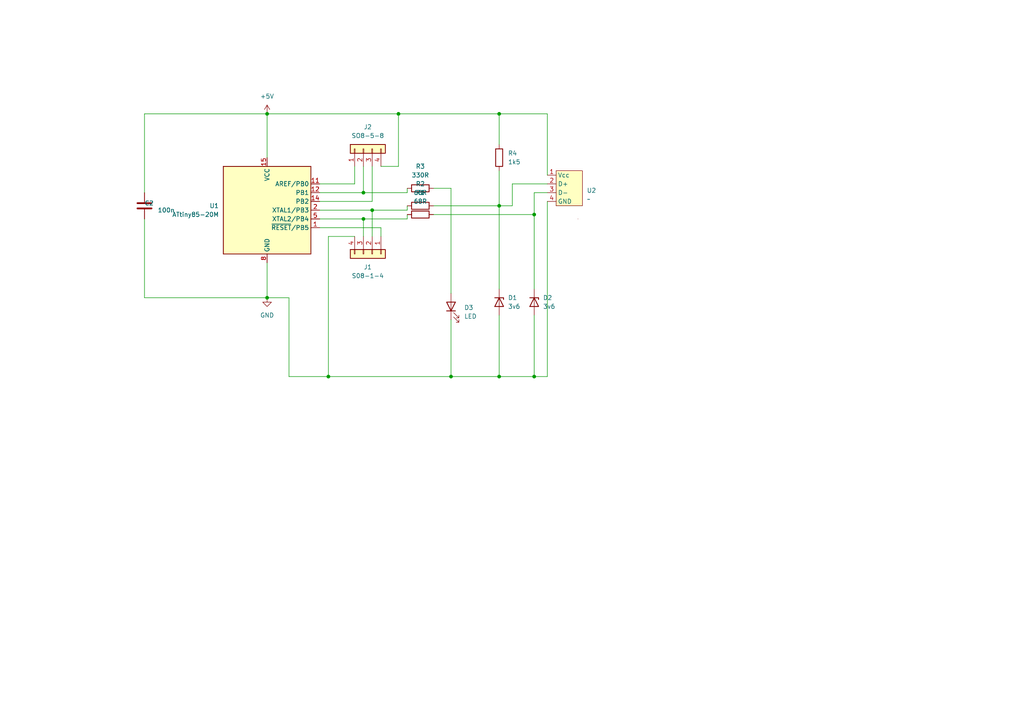
<source format=kicad_sch>
(kicad_sch
	(version 20250114)
	(generator "eeschema")
	(generator_version "9.0")
	(uuid "7810c5e8-4edd-4a24-986b-3cd4e4c8a74d")
	(paper "A4")
	(lib_symbols
		(symbol "Connector_Generic:Conn_01x04"
			(pin_names
				(offset 1.016)
				(hide yes)
			)
			(exclude_from_sim no)
			(in_bom yes)
			(on_board yes)
			(property "Reference" "J"
				(at 0 5.08 0)
				(effects
					(font
						(size 1.27 1.27)
					)
				)
			)
			(property "Value" "Conn_01x04"
				(at 0 -7.62 0)
				(effects
					(font
						(size 1.27 1.27)
					)
				)
			)
			(property "Footprint" ""
				(at 0 0 0)
				(effects
					(font
						(size 1.27 1.27)
					)
					(hide yes)
				)
			)
			(property "Datasheet" "~"
				(at 0 0 0)
				(effects
					(font
						(size 1.27 1.27)
					)
					(hide yes)
				)
			)
			(property "Description" "Generic connector, single row, 01x04, script generated (kicad-library-utils/schlib/autogen/connector/)"
				(at 0 0 0)
				(effects
					(font
						(size 1.27 1.27)
					)
					(hide yes)
				)
			)
			(property "ki_keywords" "connector"
				(at 0 0 0)
				(effects
					(font
						(size 1.27 1.27)
					)
					(hide yes)
				)
			)
			(property "ki_fp_filters" "Connector*:*_1x??_*"
				(at 0 0 0)
				(effects
					(font
						(size 1.27 1.27)
					)
					(hide yes)
				)
			)
			(symbol "Conn_01x04_1_1"
				(rectangle
					(start -1.27 3.81)
					(end 1.27 -6.35)
					(stroke
						(width 0.254)
						(type default)
					)
					(fill
						(type background)
					)
				)
				(rectangle
					(start -1.27 2.667)
					(end 0 2.413)
					(stroke
						(width 0.1524)
						(type default)
					)
					(fill
						(type none)
					)
				)
				(rectangle
					(start -1.27 0.127)
					(end 0 -0.127)
					(stroke
						(width 0.1524)
						(type default)
					)
					(fill
						(type none)
					)
				)
				(rectangle
					(start -1.27 -2.413)
					(end 0 -2.667)
					(stroke
						(width 0.1524)
						(type default)
					)
					(fill
						(type none)
					)
				)
				(rectangle
					(start -1.27 -4.953)
					(end 0 -5.207)
					(stroke
						(width 0.1524)
						(type default)
					)
					(fill
						(type none)
					)
				)
				(pin passive line
					(at -5.08 2.54 0)
					(length 3.81)
					(name "Pin_1"
						(effects
							(font
								(size 1.27 1.27)
							)
						)
					)
					(number "1"
						(effects
							(font
								(size 1.27 1.27)
							)
						)
					)
				)
				(pin passive line
					(at -5.08 0 0)
					(length 3.81)
					(name "Pin_2"
						(effects
							(font
								(size 1.27 1.27)
							)
						)
					)
					(number "2"
						(effects
							(font
								(size 1.27 1.27)
							)
						)
					)
				)
				(pin passive line
					(at -5.08 -2.54 0)
					(length 3.81)
					(name "Pin_3"
						(effects
							(font
								(size 1.27 1.27)
							)
						)
					)
					(number "3"
						(effects
							(font
								(size 1.27 1.27)
							)
						)
					)
				)
				(pin passive line
					(at -5.08 -5.08 0)
					(length 3.81)
					(name "Pin_4"
						(effects
							(font
								(size 1.27 1.27)
							)
						)
					)
					(number "4"
						(effects
							(font
								(size 1.27 1.27)
							)
						)
					)
				)
			)
			(embedded_fonts no)
		)
		(symbol "Device:C"
			(pin_numbers
				(hide yes)
			)
			(pin_names
				(offset 0.254)
			)
			(exclude_from_sim no)
			(in_bom yes)
			(on_board yes)
			(property "Reference" "C"
				(at 0.635 2.54 0)
				(effects
					(font
						(size 1.27 1.27)
					)
					(justify left)
				)
			)
			(property "Value" "C"
				(at 0.635 -2.54 0)
				(effects
					(font
						(size 1.27 1.27)
					)
					(justify left)
				)
			)
			(property "Footprint" ""
				(at 0.9652 -3.81 0)
				(effects
					(font
						(size 1.27 1.27)
					)
					(hide yes)
				)
			)
			(property "Datasheet" "~"
				(at 0 0 0)
				(effects
					(font
						(size 1.27 1.27)
					)
					(hide yes)
				)
			)
			(property "Description" "Unpolarized capacitor"
				(at 0 0 0)
				(effects
					(font
						(size 1.27 1.27)
					)
					(hide yes)
				)
			)
			(property "ki_keywords" "cap capacitor"
				(at 0 0 0)
				(effects
					(font
						(size 1.27 1.27)
					)
					(hide yes)
				)
			)
			(property "ki_fp_filters" "C_*"
				(at 0 0 0)
				(effects
					(font
						(size 1.27 1.27)
					)
					(hide yes)
				)
			)
			(symbol "C_0_1"
				(polyline
					(pts
						(xy -2.032 0.762) (xy 2.032 0.762)
					)
					(stroke
						(width 0.508)
						(type default)
					)
					(fill
						(type none)
					)
				)
				(polyline
					(pts
						(xy -2.032 -0.762) (xy 2.032 -0.762)
					)
					(stroke
						(width 0.508)
						(type default)
					)
					(fill
						(type none)
					)
				)
			)
			(symbol "C_1_1"
				(pin passive line
					(at 0 3.81 270)
					(length 2.794)
					(name "~"
						(effects
							(font
								(size 1.27 1.27)
							)
						)
					)
					(number "1"
						(effects
							(font
								(size 1.27 1.27)
							)
						)
					)
				)
				(pin passive line
					(at 0 -3.81 90)
					(length 2.794)
					(name "~"
						(effects
							(font
								(size 1.27 1.27)
							)
						)
					)
					(number "2"
						(effects
							(font
								(size 1.27 1.27)
							)
						)
					)
				)
			)
			(embedded_fonts no)
		)
		(symbol "Device:D_Zener"
			(pin_numbers
				(hide yes)
			)
			(pin_names
				(offset 1.016)
				(hide yes)
			)
			(exclude_from_sim no)
			(in_bom yes)
			(on_board yes)
			(property "Reference" "D"
				(at 0 2.54 0)
				(effects
					(font
						(size 1.27 1.27)
					)
				)
			)
			(property "Value" "D_Zener"
				(at 0 -2.54 0)
				(effects
					(font
						(size 1.27 1.27)
					)
				)
			)
			(property "Footprint" ""
				(at 0 0 0)
				(effects
					(font
						(size 1.27 1.27)
					)
					(hide yes)
				)
			)
			(property "Datasheet" "~"
				(at 0 0 0)
				(effects
					(font
						(size 1.27 1.27)
					)
					(hide yes)
				)
			)
			(property "Description" "Zener diode"
				(at 0 0 0)
				(effects
					(font
						(size 1.27 1.27)
					)
					(hide yes)
				)
			)
			(property "ki_keywords" "diode"
				(at 0 0 0)
				(effects
					(font
						(size 1.27 1.27)
					)
					(hide yes)
				)
			)
			(property "ki_fp_filters" "TO-???* *_Diode_* *SingleDiode* D_*"
				(at 0 0 0)
				(effects
					(font
						(size 1.27 1.27)
					)
					(hide yes)
				)
			)
			(symbol "D_Zener_0_1"
				(polyline
					(pts
						(xy -1.27 -1.27) (xy -1.27 1.27) (xy -0.762 1.27)
					)
					(stroke
						(width 0.254)
						(type default)
					)
					(fill
						(type none)
					)
				)
				(polyline
					(pts
						(xy 1.27 0) (xy -1.27 0)
					)
					(stroke
						(width 0)
						(type default)
					)
					(fill
						(type none)
					)
				)
				(polyline
					(pts
						(xy 1.27 -1.27) (xy 1.27 1.27) (xy -1.27 0) (xy 1.27 -1.27)
					)
					(stroke
						(width 0.254)
						(type default)
					)
					(fill
						(type none)
					)
				)
			)
			(symbol "D_Zener_1_1"
				(pin passive line
					(at -3.81 0 0)
					(length 2.54)
					(name "K"
						(effects
							(font
								(size 1.27 1.27)
							)
						)
					)
					(number "1"
						(effects
							(font
								(size 1.27 1.27)
							)
						)
					)
				)
				(pin passive line
					(at 3.81 0 180)
					(length 2.54)
					(name "A"
						(effects
							(font
								(size 1.27 1.27)
							)
						)
					)
					(number "2"
						(effects
							(font
								(size 1.27 1.27)
							)
						)
					)
				)
			)
			(embedded_fonts no)
		)
		(symbol "Device:LED"
			(pin_numbers
				(hide yes)
			)
			(pin_names
				(offset 1.016)
				(hide yes)
			)
			(exclude_from_sim no)
			(in_bom yes)
			(on_board yes)
			(property "Reference" "D"
				(at 0 2.54 0)
				(effects
					(font
						(size 1.27 1.27)
					)
				)
			)
			(property "Value" "LED"
				(at 0 -2.54 0)
				(effects
					(font
						(size 1.27 1.27)
					)
				)
			)
			(property "Footprint" ""
				(at 0 0 0)
				(effects
					(font
						(size 1.27 1.27)
					)
					(hide yes)
				)
			)
			(property "Datasheet" "~"
				(at 0 0 0)
				(effects
					(font
						(size 1.27 1.27)
					)
					(hide yes)
				)
			)
			(property "Description" "Light emitting diode"
				(at 0 0 0)
				(effects
					(font
						(size 1.27 1.27)
					)
					(hide yes)
				)
			)
			(property "Sim.Pins" "1=K 2=A"
				(at 0 0 0)
				(effects
					(font
						(size 1.27 1.27)
					)
					(hide yes)
				)
			)
			(property "ki_keywords" "LED diode"
				(at 0 0 0)
				(effects
					(font
						(size 1.27 1.27)
					)
					(hide yes)
				)
			)
			(property "ki_fp_filters" "LED* LED_SMD:* LED_THT:*"
				(at 0 0 0)
				(effects
					(font
						(size 1.27 1.27)
					)
					(hide yes)
				)
			)
			(symbol "LED_0_1"
				(polyline
					(pts
						(xy -3.048 -0.762) (xy -4.572 -2.286) (xy -3.81 -2.286) (xy -4.572 -2.286) (xy -4.572 -1.524)
					)
					(stroke
						(width 0)
						(type default)
					)
					(fill
						(type none)
					)
				)
				(polyline
					(pts
						(xy -1.778 -0.762) (xy -3.302 -2.286) (xy -2.54 -2.286) (xy -3.302 -2.286) (xy -3.302 -1.524)
					)
					(stroke
						(width 0)
						(type default)
					)
					(fill
						(type none)
					)
				)
				(polyline
					(pts
						(xy -1.27 0) (xy 1.27 0)
					)
					(stroke
						(width 0)
						(type default)
					)
					(fill
						(type none)
					)
				)
				(polyline
					(pts
						(xy -1.27 -1.27) (xy -1.27 1.27)
					)
					(stroke
						(width 0.254)
						(type default)
					)
					(fill
						(type none)
					)
				)
				(polyline
					(pts
						(xy 1.27 -1.27) (xy 1.27 1.27) (xy -1.27 0) (xy 1.27 -1.27)
					)
					(stroke
						(width 0.254)
						(type default)
					)
					(fill
						(type none)
					)
				)
			)
			(symbol "LED_1_1"
				(pin passive line
					(at -3.81 0 0)
					(length 2.54)
					(name "K"
						(effects
							(font
								(size 1.27 1.27)
							)
						)
					)
					(number "1"
						(effects
							(font
								(size 1.27 1.27)
							)
						)
					)
				)
				(pin passive line
					(at 3.81 0 180)
					(length 2.54)
					(name "A"
						(effects
							(font
								(size 1.27 1.27)
							)
						)
					)
					(number "2"
						(effects
							(font
								(size 1.27 1.27)
							)
						)
					)
				)
			)
			(embedded_fonts no)
		)
		(symbol "Device:R"
			(pin_numbers
				(hide yes)
			)
			(pin_names
				(offset 0)
			)
			(exclude_from_sim no)
			(in_bom yes)
			(on_board yes)
			(property "Reference" "R"
				(at 2.032 0 90)
				(effects
					(font
						(size 1.27 1.27)
					)
				)
			)
			(property "Value" "R"
				(at 0 0 90)
				(effects
					(font
						(size 1.27 1.27)
					)
				)
			)
			(property "Footprint" ""
				(at -1.778 0 90)
				(effects
					(font
						(size 1.27 1.27)
					)
					(hide yes)
				)
			)
			(property "Datasheet" "~"
				(at 0 0 0)
				(effects
					(font
						(size 1.27 1.27)
					)
					(hide yes)
				)
			)
			(property "Description" "Resistor"
				(at 0 0 0)
				(effects
					(font
						(size 1.27 1.27)
					)
					(hide yes)
				)
			)
			(property "ki_keywords" "R res resistor"
				(at 0 0 0)
				(effects
					(font
						(size 1.27 1.27)
					)
					(hide yes)
				)
			)
			(property "ki_fp_filters" "R_*"
				(at 0 0 0)
				(effects
					(font
						(size 1.27 1.27)
					)
					(hide yes)
				)
			)
			(symbol "R_0_1"
				(rectangle
					(start -1.016 -2.54)
					(end 1.016 2.54)
					(stroke
						(width 0.254)
						(type default)
					)
					(fill
						(type none)
					)
				)
			)
			(symbol "R_1_1"
				(pin passive line
					(at 0 3.81 270)
					(length 1.27)
					(name "~"
						(effects
							(font
								(size 1.27 1.27)
							)
						)
					)
					(number "1"
						(effects
							(font
								(size 1.27 1.27)
							)
						)
					)
				)
				(pin passive line
					(at 0 -3.81 90)
					(length 1.27)
					(name "~"
						(effects
							(font
								(size 1.27 1.27)
							)
						)
					)
					(number "2"
						(effects
							(font
								(size 1.27 1.27)
							)
						)
					)
				)
			)
			(embedded_fonts no)
		)
		(symbol "Library1:pcb-usb-connector"
			(exclude_from_sim no)
			(in_bom yes)
			(on_board yes)
			(property "Reference" "U"
				(at 0 0 0)
				(effects
					(font
						(size 1.27 1.27)
					)
				)
			)
			(property "Value" ""
				(at 0 0 0)
				(effects
					(font
						(size 1.27 1.27)
					)
				)
			)
			(property "Footprint" ""
				(at 0 0 0)
				(effects
					(font
						(size 1.27 1.27)
					)
					(hide yes)
				)
			)
			(property "Datasheet" ""
				(at 0 0 0)
				(effects
					(font
						(size 1.27 1.27)
					)
					(hide yes)
				)
			)
			(property "Description" ""
				(at 0 0 0)
				(effects
					(font
						(size 1.27 1.27)
					)
					(hide yes)
				)
			)
			(symbol "pcb-usb-connector_0_1"
				(rectangle
					(start 8.89 -8.89)
					(end 8.89 -8.89)
					(stroke
						(width 0)
						(type default)
					)
					(fill
						(type none)
					)
				)
			)
			(symbol "pcb-usb-connector_1_1"
				(rectangle
					(start 2.54 5.08)
					(end 10.16 -5.08)
					(stroke
						(width 0)
						(type solid)
					)
					(fill
						(type background)
					)
				)
				(pin power_in line
					(at 0 3.81 0)
					(length 2.54)
					(name "Vcc"
						(effects
							(font
								(size 1.27 1.27)
							)
						)
					)
					(number "1"
						(effects
							(font
								(size 1.27 1.27)
							)
						)
					)
				)
				(pin bidirectional line
					(at 0 1.27 0)
					(length 2.54)
					(name "D+"
						(effects
							(font
								(size 1.27 1.27)
							)
						)
					)
					(number "2"
						(effects
							(font
								(size 1.27 1.27)
							)
						)
					)
				)
				(pin bidirectional line
					(at 0 -1.27 0)
					(length 2.54)
					(name "D-"
						(effects
							(font
								(size 1.27 1.27)
							)
						)
					)
					(number "3"
						(effects
							(font
								(size 1.27 1.27)
							)
						)
					)
				)
				(pin power_in line
					(at 0 -3.81 0)
					(length 2.54)
					(name "GND"
						(effects
							(font
								(size 1.27 1.27)
							)
						)
					)
					(number "4"
						(effects
							(font
								(size 1.27 1.27)
							)
						)
					)
				)
			)
			(embedded_fonts no)
		)
		(symbol "MCU_Microchip_ATtiny:ATtiny85-20M"
			(exclude_from_sim no)
			(in_bom yes)
			(on_board yes)
			(property "Reference" "U"
				(at -12.7 13.97 0)
				(effects
					(font
						(size 1.27 1.27)
					)
					(justify left bottom)
				)
			)
			(property "Value" "ATtiny85-20M"
				(at 2.54 -13.97 0)
				(effects
					(font
						(size 1.27 1.27)
					)
					(justify left top)
				)
			)
			(property "Footprint" "Package_DFN_QFN:QFN-20-1EP_4x4mm_P0.5mm_EP2.6x2.6mm"
				(at 0 0 0)
				(effects
					(font
						(size 1.27 1.27)
						(italic yes)
					)
					(hide yes)
				)
			)
			(property "Datasheet" "http://ww1.microchip.com/downloads/en/DeviceDoc/atmel-2586-avr-8-bit-microcontroller-attiny25-attiny45-attiny85_datasheet.pdf"
				(at 0 0 0)
				(effects
					(font
						(size 1.27 1.27)
					)
					(hide yes)
				)
			)
			(property "Description" "20MHz, 8kB Flash, 512B SRAM, 512B EEPROM, debugWIRE, QFN-20"
				(at 0 0 0)
				(effects
					(font
						(size 1.27 1.27)
					)
					(hide yes)
				)
			)
			(property "ki_keywords" "AVR 8bit Microcontroller tinyAVR"
				(at 0 0 0)
				(effects
					(font
						(size 1.27 1.27)
					)
					(hide yes)
				)
			)
			(property "ki_fp_filters" "QFN*1EP*4x4mm*P0.5mm*"
				(at 0 0 0)
				(effects
					(font
						(size 1.27 1.27)
					)
					(hide yes)
				)
			)
			(symbol "ATtiny85-20M_0_1"
				(rectangle
					(start -12.7 -12.7)
					(end 12.7 12.7)
					(stroke
						(width 0.254)
						(type default)
					)
					(fill
						(type background)
					)
				)
			)
			(symbol "ATtiny85-20M_1_1"
				(pin no_connect line
					(at -12.7 10.16 0)
					(length 2.54)
					(hide yes)
					(name "NC"
						(effects
							(font
								(size 1.27 1.27)
							)
						)
					)
					(number "3"
						(effects
							(font
								(size 1.27 1.27)
							)
						)
					)
				)
				(pin no_connect line
					(at -12.7 7.62 0)
					(length 2.54)
					(hide yes)
					(name "NC"
						(effects
							(font
								(size 1.27 1.27)
							)
						)
					)
					(number "4"
						(effects
							(font
								(size 1.27 1.27)
							)
						)
					)
				)
				(pin no_connect line
					(at -12.7 5.08 0)
					(length 2.54)
					(hide yes)
					(name "NC"
						(effects
							(font
								(size 1.27 1.27)
							)
						)
					)
					(number "6"
						(effects
							(font
								(size 1.27 1.27)
							)
						)
					)
				)
				(pin no_connect line
					(at -12.7 2.54 0)
					(length 2.54)
					(hide yes)
					(name "NC"
						(effects
							(font
								(size 1.27 1.27)
							)
						)
					)
					(number "7"
						(effects
							(font
								(size 1.27 1.27)
							)
						)
					)
				)
				(pin no_connect line
					(at -12.7 0 0)
					(length 2.54)
					(hide yes)
					(name "NC"
						(effects
							(font
								(size 1.27 1.27)
							)
						)
					)
					(number "9"
						(effects
							(font
								(size 1.27 1.27)
							)
						)
					)
				)
				(pin no_connect line
					(at -12.7 -2.54 0)
					(length 2.54)
					(hide yes)
					(name "NC"
						(effects
							(font
								(size 1.27 1.27)
							)
						)
					)
					(number "10"
						(effects
							(font
								(size 1.27 1.27)
							)
						)
					)
				)
				(pin no_connect line
					(at -12.7 -5.08 0)
					(length 2.54)
					(hide yes)
					(name "NC"
						(effects
							(font
								(size 1.27 1.27)
							)
						)
					)
					(number "13"
						(effects
							(font
								(size 1.27 1.27)
							)
						)
					)
				)
				(pin no_connect line
					(at -12.7 -7.62 0)
					(length 2.54)
					(hide yes)
					(name "NC"
						(effects
							(font
								(size 1.27 1.27)
							)
						)
					)
					(number "16"
						(effects
							(font
								(size 1.27 1.27)
							)
						)
					)
				)
				(pin no_connect line
					(at -12.7 -10.16 0)
					(length 2.54)
					(hide yes)
					(name "NC"
						(effects
							(font
								(size 1.27 1.27)
							)
						)
					)
					(number "17"
						(effects
							(font
								(size 1.27 1.27)
							)
						)
					)
				)
				(pin no_connect line
					(at -7.62 -12.7 90)
					(length 2.54)
					(hide yes)
					(name "NC"
						(effects
							(font
								(size 1.27 1.27)
							)
						)
					)
					(number "18"
						(effects
							(font
								(size 1.27 1.27)
							)
						)
					)
				)
				(pin no_connect line
					(at -5.08 -12.7 90)
					(length 2.54)
					(hide yes)
					(name "NC"
						(effects
							(font
								(size 1.27 1.27)
							)
						)
					)
					(number "19"
						(effects
							(font
								(size 1.27 1.27)
							)
						)
					)
				)
				(pin no_connect line
					(at -2.54 -12.7 90)
					(length 2.54)
					(hide yes)
					(name "NC"
						(effects
							(font
								(size 1.27 1.27)
							)
						)
					)
					(number "20"
						(effects
							(font
								(size 1.27 1.27)
							)
						)
					)
				)
				(pin power_in line
					(at 0 15.24 270)
					(length 2.54)
					(name "VCC"
						(effects
							(font
								(size 1.27 1.27)
							)
						)
					)
					(number "15"
						(effects
							(font
								(size 1.27 1.27)
							)
						)
					)
				)
				(pin passive line
					(at 0 -15.24 90)
					(length 2.54)
					(hide yes)
					(name "GND"
						(effects
							(font
								(size 1.27 1.27)
							)
						)
					)
					(number "21"
						(effects
							(font
								(size 1.27 1.27)
							)
						)
					)
				)
				(pin power_in line
					(at 0 -15.24 90)
					(length 2.54)
					(name "GND"
						(effects
							(font
								(size 1.27 1.27)
							)
						)
					)
					(number "8"
						(effects
							(font
								(size 1.27 1.27)
							)
						)
					)
				)
				(pin bidirectional line
					(at 15.24 7.62 180)
					(length 2.54)
					(name "AREF/PB0"
						(effects
							(font
								(size 1.27 1.27)
							)
						)
					)
					(number "11"
						(effects
							(font
								(size 1.27 1.27)
							)
						)
					)
				)
				(pin bidirectional line
					(at 15.24 5.08 180)
					(length 2.54)
					(name "PB1"
						(effects
							(font
								(size 1.27 1.27)
							)
						)
					)
					(number "12"
						(effects
							(font
								(size 1.27 1.27)
							)
						)
					)
				)
				(pin bidirectional line
					(at 15.24 2.54 180)
					(length 2.54)
					(name "PB2"
						(effects
							(font
								(size 1.27 1.27)
							)
						)
					)
					(number "14"
						(effects
							(font
								(size 1.27 1.27)
							)
						)
					)
				)
				(pin bidirectional line
					(at 15.24 0 180)
					(length 2.54)
					(name "XTAL1/PB3"
						(effects
							(font
								(size 1.27 1.27)
							)
						)
					)
					(number "2"
						(effects
							(font
								(size 1.27 1.27)
							)
						)
					)
				)
				(pin bidirectional line
					(at 15.24 -2.54 180)
					(length 2.54)
					(name "XTAL2/PB4"
						(effects
							(font
								(size 1.27 1.27)
							)
						)
					)
					(number "5"
						(effects
							(font
								(size 1.27 1.27)
							)
						)
					)
				)
				(pin bidirectional line
					(at 15.24 -5.08 180)
					(length 2.54)
					(name "~{RESET}/PB5"
						(effects
							(font
								(size 1.27 1.27)
							)
						)
					)
					(number "1"
						(effects
							(font
								(size 1.27 1.27)
							)
						)
					)
				)
			)
			(embedded_fonts no)
		)
		(symbol "power:+5V"
			(power)
			(pin_numbers
				(hide yes)
			)
			(pin_names
				(offset 0)
				(hide yes)
			)
			(exclude_from_sim no)
			(in_bom yes)
			(on_board yes)
			(property "Reference" "#PWR"
				(at 0 -3.81 0)
				(effects
					(font
						(size 1.27 1.27)
					)
					(hide yes)
				)
			)
			(property "Value" "+5V"
				(at 0 3.556 0)
				(effects
					(font
						(size 1.27 1.27)
					)
				)
			)
			(property "Footprint" ""
				(at 0 0 0)
				(effects
					(font
						(size 1.27 1.27)
					)
					(hide yes)
				)
			)
			(property "Datasheet" ""
				(at 0 0 0)
				(effects
					(font
						(size 1.27 1.27)
					)
					(hide yes)
				)
			)
			(property "Description" "Power symbol creates a global label with name \"+5V\""
				(at 0 0 0)
				(effects
					(font
						(size 1.27 1.27)
					)
					(hide yes)
				)
			)
			(property "ki_keywords" "global power"
				(at 0 0 0)
				(effects
					(font
						(size 1.27 1.27)
					)
					(hide yes)
				)
			)
			(symbol "+5V_0_1"
				(polyline
					(pts
						(xy -0.762 1.27) (xy 0 2.54)
					)
					(stroke
						(width 0)
						(type default)
					)
					(fill
						(type none)
					)
				)
				(polyline
					(pts
						(xy 0 2.54) (xy 0.762 1.27)
					)
					(stroke
						(width 0)
						(type default)
					)
					(fill
						(type none)
					)
				)
				(polyline
					(pts
						(xy 0 0) (xy 0 2.54)
					)
					(stroke
						(width 0)
						(type default)
					)
					(fill
						(type none)
					)
				)
			)
			(symbol "+5V_1_1"
				(pin power_in line
					(at 0 0 90)
					(length 0)
					(name "~"
						(effects
							(font
								(size 1.27 1.27)
							)
						)
					)
					(number "1"
						(effects
							(font
								(size 1.27 1.27)
							)
						)
					)
				)
			)
			(embedded_fonts no)
		)
		(symbol "power:GND"
			(power)
			(pin_numbers
				(hide yes)
			)
			(pin_names
				(offset 0)
				(hide yes)
			)
			(exclude_from_sim no)
			(in_bom yes)
			(on_board yes)
			(property "Reference" "#PWR"
				(at 0 -6.35 0)
				(effects
					(font
						(size 1.27 1.27)
					)
					(hide yes)
				)
			)
			(property "Value" "GND"
				(at 0 -3.81 0)
				(effects
					(font
						(size 1.27 1.27)
					)
				)
			)
			(property "Footprint" ""
				(at 0 0 0)
				(effects
					(font
						(size 1.27 1.27)
					)
					(hide yes)
				)
			)
			(property "Datasheet" ""
				(at 0 0 0)
				(effects
					(font
						(size 1.27 1.27)
					)
					(hide yes)
				)
			)
			(property "Description" "Power symbol creates a global label with name \"GND\" , ground"
				(at 0 0 0)
				(effects
					(font
						(size 1.27 1.27)
					)
					(hide yes)
				)
			)
			(property "ki_keywords" "global power"
				(at 0 0 0)
				(effects
					(font
						(size 1.27 1.27)
					)
					(hide yes)
				)
			)
			(symbol "GND_0_1"
				(polyline
					(pts
						(xy 0 0) (xy 0 -1.27) (xy 1.27 -1.27) (xy 0 -2.54) (xy -1.27 -1.27) (xy 0 -1.27)
					)
					(stroke
						(width 0)
						(type default)
					)
					(fill
						(type none)
					)
				)
			)
			(symbol "GND_1_1"
				(pin power_in line
					(at 0 0 270)
					(length 0)
					(name "~"
						(effects
							(font
								(size 1.27 1.27)
							)
						)
					)
					(number "1"
						(effects
							(font
								(size 1.27 1.27)
							)
						)
					)
				)
			)
			(embedded_fonts no)
		)
	)
	(junction
		(at 77.47 33.02)
		(diameter 0)
		(color 0 0 0 0)
		(uuid "23b55dc8-73ea-4416-9ed9-9567ca0baa03")
	)
	(junction
		(at 95.25 109.22)
		(diameter 0)
		(color 0 0 0 0)
		(uuid "24c2d85b-e415-4a73-b80f-e2a63a07bc94")
	)
	(junction
		(at 144.78 109.22)
		(diameter 0)
		(color 0 0 0 0)
		(uuid "2de276eb-259d-45b5-9819-b8faa743d4fb")
	)
	(junction
		(at 105.41 63.5)
		(diameter 0)
		(color 0 0 0 0)
		(uuid "44246abe-ef07-4393-b6a4-2bc02afa65b5")
	)
	(junction
		(at 77.47 86.36)
		(diameter 0)
		(color 0 0 0 0)
		(uuid "6127ec23-e6dc-4b3a-98f4-0f9b4ce7ce29")
	)
	(junction
		(at 115.57 33.02)
		(diameter 0)
		(color 0 0 0 0)
		(uuid "73a4842b-9440-4392-b7ef-c092c2410242")
	)
	(junction
		(at 144.78 33.02)
		(diameter 0)
		(color 0 0 0 0)
		(uuid "9515cab5-73cd-4302-8234-bf87695bda40")
	)
	(junction
		(at 130.81 109.22)
		(diameter 0)
		(color 0 0 0 0)
		(uuid "c55cce17-a51e-4174-afaa-e102d4174812")
	)
	(junction
		(at 154.94 109.22)
		(diameter 0)
		(color 0 0 0 0)
		(uuid "ce018389-b67c-40e7-95e5-ef2cc3f0688e")
	)
	(junction
		(at 105.41 55.88)
		(diameter 0)
		(color 0 0 0 0)
		(uuid "d33dd271-64d7-455a-8ce7-b8b7cb51d5d4")
	)
	(junction
		(at 154.94 62.23)
		(diameter 0)
		(color 0 0 0 0)
		(uuid "e139a0a9-5269-40b2-a30c-5e05c3ce1401")
	)
	(junction
		(at 144.78 59.69)
		(diameter 0)
		(color 0 0 0 0)
		(uuid "f7f8a613-2a99-458f-a70e-03b0df291c1c")
	)
	(junction
		(at 107.95 60.96)
		(diameter 0)
		(color 0 0 0 0)
		(uuid "fa89aedb-1e18-4dca-87f4-461c31e264b9")
	)
	(wire
		(pts
			(xy 95.25 68.58) (xy 95.25 109.22)
		)
		(stroke
			(width 0)
			(type default)
		)
		(uuid "07f41d58-0c19-4270-80d7-aa344811f38f")
	)
	(wire
		(pts
			(xy 125.73 59.69) (xy 144.78 59.69)
		)
		(stroke
			(width 0)
			(type default)
		)
		(uuid "07fb0210-c346-43b3-b1a4-2571e6462b7e")
	)
	(wire
		(pts
			(xy 105.41 55.88) (xy 118.11 55.88)
		)
		(stroke
			(width 0)
			(type default)
		)
		(uuid "0deb35b0-c4dc-4476-84fb-9fef8a6f05b4")
	)
	(wire
		(pts
			(xy 154.94 91.44) (xy 154.94 109.22)
		)
		(stroke
			(width 0)
			(type default)
		)
		(uuid "1a910517-0f96-48e0-a25f-44ca134096f0")
	)
	(wire
		(pts
			(xy 92.71 66.04) (xy 110.49 66.04)
		)
		(stroke
			(width 0)
			(type default)
		)
		(uuid "1b8b808a-d356-4af4-94e0-943587dfadc8")
	)
	(wire
		(pts
			(xy 107.95 60.96) (xy 118.11 60.96)
		)
		(stroke
			(width 0)
			(type default)
		)
		(uuid "1e876490-1cec-47ed-9152-9ebc3a486226")
	)
	(wire
		(pts
			(xy 77.47 33.02) (xy 77.47 45.72)
		)
		(stroke
			(width 0)
			(type default)
		)
		(uuid "1ee89797-947f-4195-9b3e-cd63e7dcc75c")
	)
	(wire
		(pts
			(xy 158.75 58.42) (xy 158.75 109.22)
		)
		(stroke
			(width 0)
			(type default)
		)
		(uuid "3557fc33-b7f7-424b-bb89-fffc8cb7df9a")
	)
	(wire
		(pts
			(xy 154.94 62.23) (xy 154.94 55.88)
		)
		(stroke
			(width 0)
			(type default)
		)
		(uuid "35dfdebd-7959-4f5d-871e-47a61e0b3c2b")
	)
	(wire
		(pts
			(xy 107.95 60.96) (xy 107.95 68.58)
		)
		(stroke
			(width 0)
			(type default)
		)
		(uuid "37c171ce-3618-438f-ae87-e009b637401b")
	)
	(wire
		(pts
			(xy 154.94 109.22) (xy 158.75 109.22)
		)
		(stroke
			(width 0)
			(type default)
		)
		(uuid "3c9f6d08-2446-4938-8deb-62f5af9b9aad")
	)
	(wire
		(pts
			(xy 105.41 63.5) (xy 118.11 63.5)
		)
		(stroke
			(width 0)
			(type default)
		)
		(uuid "55a6d842-9416-43b7-bb10-118c4df7255c")
	)
	(wire
		(pts
			(xy 83.82 109.22) (xy 83.82 86.36)
		)
		(stroke
			(width 0)
			(type default)
		)
		(uuid "55eb1e8b-1ec0-4963-926c-e41c243155f7")
	)
	(wire
		(pts
			(xy 105.41 63.5) (xy 105.41 68.58)
		)
		(stroke
			(width 0)
			(type default)
		)
		(uuid "55f2a356-73a2-4c15-a097-28bc24f3e6d4")
	)
	(wire
		(pts
			(xy 148.59 53.34) (xy 158.75 53.34)
		)
		(stroke
			(width 0)
			(type default)
		)
		(uuid "56084d0e-8ca4-45c7-8489-58d1f676476f")
	)
	(wire
		(pts
			(xy 105.41 48.26) (xy 105.41 55.88)
		)
		(stroke
			(width 0)
			(type default)
		)
		(uuid "56794c77-a27f-435d-985f-623eaa395675")
	)
	(wire
		(pts
			(xy 118.11 60.96) (xy 118.11 59.69)
		)
		(stroke
			(width 0)
			(type default)
		)
		(uuid "5e5e977b-dd3c-41de-a3e8-e499033c31d1")
	)
	(wire
		(pts
			(xy 95.25 109.22) (xy 130.81 109.22)
		)
		(stroke
			(width 0)
			(type default)
		)
		(uuid "6065f372-6097-4180-bea1-040b0c943952")
	)
	(wire
		(pts
			(xy 144.78 91.44) (xy 144.78 109.22)
		)
		(stroke
			(width 0)
			(type default)
		)
		(uuid "62c0c7a9-d61c-4ab2-a647-480161a81cbc")
	)
	(wire
		(pts
			(xy 41.91 55.88) (xy 41.91 33.02)
		)
		(stroke
			(width 0)
			(type default)
		)
		(uuid "67cea304-6394-4b7e-9cf2-afda97bc8657")
	)
	(wire
		(pts
			(xy 92.71 58.42) (xy 107.95 58.42)
		)
		(stroke
			(width 0)
			(type default)
		)
		(uuid "67dc49ee-62e1-4109-9e28-ef44308a4a08")
	)
	(wire
		(pts
			(xy 154.94 109.22) (xy 144.78 109.22)
		)
		(stroke
			(width 0)
			(type default)
		)
		(uuid "698b605c-eb8b-4240-a31c-107d136156fa")
	)
	(wire
		(pts
			(xy 158.75 33.02) (xy 158.75 50.8)
		)
		(stroke
			(width 0)
			(type default)
		)
		(uuid "6b407584-e9a3-4468-92bc-0d4a04996816")
	)
	(wire
		(pts
			(xy 148.59 59.69) (xy 148.59 53.34)
		)
		(stroke
			(width 0)
			(type default)
		)
		(uuid "6cf2da48-7deb-4bd7-8142-e5c56ccdbaa7")
	)
	(wire
		(pts
			(xy 41.91 86.36) (xy 77.47 86.36)
		)
		(stroke
			(width 0)
			(type default)
		)
		(uuid "6e5d9a1a-3318-4fd5-869e-9eaf78bcb573")
	)
	(wire
		(pts
			(xy 102.87 53.34) (xy 92.71 53.34)
		)
		(stroke
			(width 0)
			(type default)
		)
		(uuid "70820ea0-50fd-4a12-8192-50a46b308e64")
	)
	(wire
		(pts
			(xy 110.49 48.26) (xy 115.57 48.26)
		)
		(stroke
			(width 0)
			(type default)
		)
		(uuid "7148c099-be28-4b6f-b4cf-f5a12fa19827")
	)
	(wire
		(pts
			(xy 102.87 68.58) (xy 95.25 68.58)
		)
		(stroke
			(width 0)
			(type default)
		)
		(uuid "7be6cf73-8640-46b8-901a-33302ff10eff")
	)
	(wire
		(pts
			(xy 130.81 54.61) (xy 130.81 85.09)
		)
		(stroke
			(width 0)
			(type default)
		)
		(uuid "7e75f165-44f9-45e0-82e8-c78096e98902")
	)
	(wire
		(pts
			(xy 83.82 86.36) (xy 77.47 86.36)
		)
		(stroke
			(width 0)
			(type default)
		)
		(uuid "80c5b426-03ed-41be-b701-231c03f8ff51")
	)
	(wire
		(pts
			(xy 115.57 48.26) (xy 115.57 33.02)
		)
		(stroke
			(width 0)
			(type default)
		)
		(uuid "874861f2-ebd7-4042-9beb-c972f8a084a7")
	)
	(wire
		(pts
			(xy 77.47 76.2) (xy 77.47 86.36)
		)
		(stroke
			(width 0)
			(type default)
		)
		(uuid "8a15ffa7-e8c7-4488-8629-8eb6e26b2314")
	)
	(wire
		(pts
			(xy 77.47 33.02) (xy 115.57 33.02)
		)
		(stroke
			(width 0)
			(type default)
		)
		(uuid "93826530-04b0-4694-937c-3706c06e53c8")
	)
	(wire
		(pts
			(xy 115.57 33.02) (xy 144.78 33.02)
		)
		(stroke
			(width 0)
			(type default)
		)
		(uuid "938d2ca8-e0e0-421d-a7f1-076d623c3e82")
	)
	(wire
		(pts
			(xy 144.78 49.53) (xy 144.78 59.69)
		)
		(stroke
			(width 0)
			(type default)
		)
		(uuid "b45783b4-7d32-4fd3-92b5-d7e148647349")
	)
	(wire
		(pts
			(xy 83.82 109.22) (xy 95.25 109.22)
		)
		(stroke
			(width 0)
			(type default)
		)
		(uuid "b4ef6040-e73e-479a-9201-ce22f87dda0b")
	)
	(wire
		(pts
			(xy 92.71 55.88) (xy 105.41 55.88)
		)
		(stroke
			(width 0)
			(type default)
		)
		(uuid "bb7a94ab-75dd-4453-bec1-8ed3e980bba4")
	)
	(wire
		(pts
			(xy 144.78 33.02) (xy 158.75 33.02)
		)
		(stroke
			(width 0)
			(type default)
		)
		(uuid "bc3fc63d-6b05-47b5-b35e-1d2dad5a7711")
	)
	(wire
		(pts
			(xy 125.73 54.61) (xy 130.81 54.61)
		)
		(stroke
			(width 0)
			(type default)
		)
		(uuid "bdce490b-02fb-4c96-a8e3-fe82763db054")
	)
	(wire
		(pts
			(xy 110.49 66.04) (xy 110.49 68.58)
		)
		(stroke
			(width 0)
			(type default)
		)
		(uuid "c1992e95-1ca0-4495-9bec-2fe027fa293e")
	)
	(wire
		(pts
			(xy 118.11 62.23) (xy 118.11 63.5)
		)
		(stroke
			(width 0)
			(type default)
		)
		(uuid "c1a3851f-15ee-4903-82b6-b73eec5a1a64")
	)
	(wire
		(pts
			(xy 118.11 55.88) (xy 118.11 54.61)
		)
		(stroke
			(width 0)
			(type default)
		)
		(uuid "c2dc84f1-15e3-4954-817b-4e5a483e832f")
	)
	(wire
		(pts
			(xy 125.73 62.23) (xy 154.94 62.23)
		)
		(stroke
			(width 0)
			(type default)
		)
		(uuid "c4bd34ab-a9fc-4384-a83c-b8460cc023f6")
	)
	(wire
		(pts
			(xy 102.87 48.26) (xy 102.87 53.34)
		)
		(stroke
			(width 0)
			(type default)
		)
		(uuid "c7c0ed6f-4598-4b50-ab6c-a562f69326a4")
	)
	(wire
		(pts
			(xy 107.95 48.26) (xy 107.95 58.42)
		)
		(stroke
			(width 0)
			(type default)
		)
		(uuid "c7fbc40f-8602-495c-b721-89a1140c5c72")
	)
	(wire
		(pts
			(xy 92.71 60.96) (xy 107.95 60.96)
		)
		(stroke
			(width 0)
			(type default)
		)
		(uuid "cac9ac73-fc8c-4fa0-b6e6-455eb97380ea")
	)
	(wire
		(pts
			(xy 154.94 55.88) (xy 158.75 55.88)
		)
		(stroke
			(width 0)
			(type default)
		)
		(uuid "d4574380-c449-44f1-82a3-5a2aa3eef2e6")
	)
	(wire
		(pts
			(xy 144.78 59.69) (xy 144.78 83.82)
		)
		(stroke
			(width 0)
			(type default)
		)
		(uuid "de6d9f66-fd74-48c2-8f3e-b1072a6dcbcd")
	)
	(wire
		(pts
			(xy 92.71 63.5) (xy 105.41 63.5)
		)
		(stroke
			(width 0)
			(type default)
		)
		(uuid "e312ff9a-bee7-4a00-87dd-2b648ba37aa3")
	)
	(wire
		(pts
			(xy 41.91 33.02) (xy 77.47 33.02)
		)
		(stroke
			(width 0)
			(type default)
		)
		(uuid "ed7d750d-4bbb-47bd-b590-273cf1b45a1c")
	)
	(wire
		(pts
			(xy 144.78 33.02) (xy 144.78 41.91)
		)
		(stroke
			(width 0)
			(type default)
		)
		(uuid "ee815da5-585e-44cc-8954-243b0f0e6a77")
	)
	(wire
		(pts
			(xy 144.78 109.22) (xy 130.81 109.22)
		)
		(stroke
			(width 0)
			(type default)
		)
		(uuid "efbbda3d-b3fe-491a-bacc-83b9bb37f9be")
	)
	(wire
		(pts
			(xy 154.94 62.23) (xy 154.94 83.82)
		)
		(stroke
			(width 0)
			(type default)
		)
		(uuid "f254489d-bc9b-4b23-99de-58cbff76430e")
	)
	(wire
		(pts
			(xy 130.81 92.71) (xy 130.81 109.22)
		)
		(stroke
			(width 0)
			(type default)
		)
		(uuid "f58e9613-f38c-4c56-8b3b-7dfc5c651d2a")
	)
	(wire
		(pts
			(xy 144.78 59.69) (xy 148.59 59.69)
		)
		(stroke
			(width 0)
			(type default)
		)
		(uuid "f62f208f-d4f5-483b-9feb-7f2dbdfe49c4")
	)
	(wire
		(pts
			(xy 41.91 63.5) (xy 41.91 86.36)
		)
		(stroke
			(width 0)
			(type default)
		)
		(uuid "ff82f454-51c3-4d0c-afcd-234e2860d7bd")
	)
	(symbol
		(lib_id "power:GND")
		(at 77.47 86.36 0)
		(unit 1)
		(exclude_from_sim no)
		(in_bom yes)
		(on_board yes)
		(dnp no)
		(fields_autoplaced yes)
		(uuid "0f078755-0578-4c90-bd06-74703e950d84")
		(property "Reference" "#PWR02"
			(at 77.47 92.71 0)
			(effects
				(font
					(size 1.27 1.27)
				)
				(hide yes)
			)
		)
		(property "Value" "GND"
			(at 77.47 91.44 0)
			(effects
				(font
					(size 1.27 1.27)
				)
			)
		)
		(property "Footprint" ""
			(at 77.47 86.36 0)
			(effects
				(font
					(size 1.27 1.27)
				)
				(hide yes)
			)
		)
		(property "Datasheet" ""
			(at 77.47 86.36 0)
			(effects
				(font
					(size 1.27 1.27)
				)
				(hide yes)
			)
		)
		(property "Description" "Power symbol creates a global label with name \"GND\" , ground"
			(at 77.47 86.36 0)
			(effects
				(font
					(size 1.27 1.27)
				)
				(hide yes)
			)
		)
		(pin "1"
			(uuid "191fe4b6-7d4b-4ae0-b8bb-e06ab2c2f2be")
		)
		(instances
			(project ""
				(path "/7810c5e8-4edd-4a24-986b-3cd4e4c8a74d"
					(reference "#PWR02")
					(unit 1)
				)
			)
		)
	)
	(symbol
		(lib_id "Device:R")
		(at 121.92 54.61 90)
		(unit 1)
		(exclude_from_sim no)
		(in_bom yes)
		(on_board yes)
		(dnp no)
		(fields_autoplaced yes)
		(uuid "15757b66-6202-4f08-b637-91374dc3c323")
		(property "Reference" "R3"
			(at 121.92 48.26 90)
			(effects
				(font
					(size 1.27 1.27)
				)
			)
		)
		(property "Value" "330R"
			(at 121.92 50.8 90)
			(effects
				(font
					(size 1.27 1.27)
				)
			)
		)
		(property "Footprint" "Resistor_SMD:R_0805_2012Metric_Pad1.20x1.40mm_HandSolder"
			(at 121.92 56.388 90)
			(effects
				(font
					(size 1.27 1.27)
				)
				(hide yes)
			)
		)
		(property "Datasheet" "~"
			(at 121.92 54.61 0)
			(effects
				(font
					(size 1.27 1.27)
				)
				(hide yes)
			)
		)
		(property "Description" "Resistor"
			(at 121.92 54.61 0)
			(effects
				(font
					(size 1.27 1.27)
				)
				(hide yes)
			)
		)
		(pin "2"
			(uuid "102c560d-292c-4a3f-996d-06be59eb1ab2")
		)
		(pin "1"
			(uuid "b27a230a-a191-4937-8cc4-626324511f32")
		)
		(instances
			(project "kicad project 1"
				(path "/7810c5e8-4edd-4a24-986b-3cd4e4c8a74d"
					(reference "R3")
					(unit 1)
				)
			)
		)
	)
	(symbol
		(lib_id "power:+5V")
		(at 77.47 33.02 0)
		(unit 1)
		(exclude_from_sim no)
		(in_bom yes)
		(on_board yes)
		(dnp no)
		(fields_autoplaced yes)
		(uuid "26265124-83ec-44d7-af13-165b8c7d0e01")
		(property "Reference" "#PWR01"
			(at 77.47 36.83 0)
			(effects
				(font
					(size 1.27 1.27)
				)
				(hide yes)
			)
		)
		(property "Value" "+5V"
			(at 77.47 27.94 0)
			(effects
				(font
					(size 1.27 1.27)
				)
			)
		)
		(property "Footprint" ""
			(at 77.47 33.02 0)
			(effects
				(font
					(size 1.27 1.27)
				)
				(hide yes)
			)
		)
		(property "Datasheet" ""
			(at 77.47 33.02 0)
			(effects
				(font
					(size 1.27 1.27)
				)
				(hide yes)
			)
		)
		(property "Description" "Power symbol creates a global label with name \"+5V\""
			(at 77.47 33.02 0)
			(effects
				(font
					(size 1.27 1.27)
				)
				(hide yes)
			)
		)
		(pin "1"
			(uuid "db7a8465-38e2-4145-9a02-f832ede7c686")
		)
		(instances
			(project ""
				(path "/7810c5e8-4edd-4a24-986b-3cd4e4c8a74d"
					(reference "#PWR01")
					(unit 1)
				)
			)
		)
	)
	(symbol
		(lib_id "Library1:pcb-usb-connector")
		(at 158.75 54.61 0)
		(unit 1)
		(exclude_from_sim no)
		(in_bom yes)
		(on_board yes)
		(dnp no)
		(fields_autoplaced yes)
		(uuid "2ae55969-8f9f-45c2-b9ac-7f84715af4f8")
		(property "Reference" "U2"
			(at 170.18 55.2449 0)
			(effects
				(font
					(size 1.27 1.27)
				)
				(justify left)
			)
		)
		(property "Value" "~"
			(at 170.18 57.7849 0)
			(effects
				(font
					(size 1.27 1.27)
				)
				(justify left)
			)
		)
		(property "Footprint" "Library footprint:USB footprint"
			(at 158.75 54.61 0)
			(effects
				(font
					(size 1.27 1.27)
				)
				(hide yes)
			)
		)
		(property "Datasheet" ""
			(at 158.75 54.61 0)
			(effects
				(font
					(size 1.27 1.27)
				)
				(hide yes)
			)
		)
		(property "Description" ""
			(at 158.75 54.61 0)
			(effects
				(font
					(size 1.27 1.27)
				)
				(hide yes)
			)
		)
		(pin "3"
			(uuid "a93d0ccc-6ea6-4205-9ff4-26d5e0694ec5")
		)
		(pin "2"
			(uuid "db7b9111-cdeb-4fb1-ba2c-8bf9e4659f8f")
		)
		(pin "1"
			(uuid "3af9a180-cbca-48a7-b76c-4d9548015292")
		)
		(pin "4"
			(uuid "e67b395d-dc7b-4244-b5cf-928db134c7af")
		)
		(instances
			(project ""
				(path "/7810c5e8-4edd-4a24-986b-3cd4e4c8a74d"
					(reference "U2")
					(unit 1)
				)
			)
		)
	)
	(symbol
		(lib_id "Device:R")
		(at 121.92 59.69 90)
		(unit 1)
		(exclude_from_sim no)
		(in_bom yes)
		(on_board yes)
		(dnp no)
		(fields_autoplaced yes)
		(uuid "32a77e80-4f8d-4416-b922-db3778f1a445")
		(property "Reference" "R2"
			(at 121.92 53.34 90)
			(effects
				(font
					(size 1.27 1.27)
				)
			)
		)
		(property "Value" "68R"
			(at 121.92 55.88 90)
			(effects
				(font
					(size 1.27 1.27)
				)
			)
		)
		(property "Footprint" "Resistor_SMD:R_0805_2012Metric_Pad1.20x1.40mm_HandSolder"
			(at 121.92 61.468 90)
			(effects
				(font
					(size 1.27 1.27)
				)
				(hide yes)
			)
		)
		(property "Datasheet" "~"
			(at 121.92 59.69 0)
			(effects
				(font
					(size 1.27 1.27)
				)
				(hide yes)
			)
		)
		(property "Description" "Resistor"
			(at 121.92 59.69 0)
			(effects
				(font
					(size 1.27 1.27)
				)
				(hide yes)
			)
		)
		(pin "2"
			(uuid "32f481aa-da80-4e4e-a1e8-b33e72dc672f")
		)
		(pin "1"
			(uuid "6f244674-d3d6-4040-b795-40d9be6ae4bf")
		)
		(instances
			(project "kicad project 1"
				(path "/7810c5e8-4edd-4a24-986b-3cd4e4c8a74d"
					(reference "R2")
					(unit 1)
				)
			)
		)
	)
	(symbol
		(lib_id "MCU_Microchip_ATtiny:ATtiny85-20M")
		(at 77.47 60.96 0)
		(unit 1)
		(exclude_from_sim no)
		(in_bom yes)
		(on_board yes)
		(dnp no)
		(fields_autoplaced yes)
		(uuid "44af73ec-a9ac-47dd-ac59-10e49037ab55")
		(property "Reference" "U1"
			(at 63.5 59.6899 0)
			(effects
				(font
					(size 1.27 1.27)
				)
				(justify right)
			)
		)
		(property "Value" "ATtiny85-20M"
			(at 63.5 62.2299 0)
			(effects
				(font
					(size 1.27 1.27)
				)
				(justify right)
			)
		)
		(property "Footprint" "Package_SO:SOIC-8_5.3x5.3mm_P1.27mm"
			(at 77.47 60.96 0)
			(effects
				(font
					(size 1.27 1.27)
					(italic yes)
				)
				(hide yes)
			)
		)
		(property "Datasheet" "http://ww1.microchip.com/downloads/en/DeviceDoc/atmel-2586-avr-8-bit-microcontroller-attiny25-attiny45-attiny85_datasheet.pdf"
			(at 77.47 60.96 0)
			(effects
				(font
					(size 1.27 1.27)
				)
				(hide yes)
			)
		)
		(property "Description" "20MHz, 8kB Flash, 512B SRAM, 512B EEPROM, debugWIRE, QFN-20"
			(at 77.47 60.96 0)
			(effects
				(font
					(size 1.27 1.27)
				)
				(hide yes)
			)
		)
		(pin "7"
			(uuid "1960ca32-02b3-4ed9-a79d-390f4be5118f")
		)
		(pin "3"
			(uuid "e8aebe8f-3ca2-4c8d-8d85-6c944dd4f856")
		)
		(pin "6"
			(uuid "1e471cfa-45e1-425c-9224-22d4aa5d39d8")
		)
		(pin "4"
			(uuid "ab4931df-405a-42b6-99c9-097855fd0c58")
		)
		(pin "10"
			(uuid "5d4ca7a2-a183-4c44-9ae6-09c9705dea40")
		)
		(pin "15"
			(uuid "acdcbbc3-9f15-4613-86af-f01be159d422")
		)
		(pin "21"
			(uuid "234db8d8-0988-45fd-8e3a-e6b96700eef9")
		)
		(pin "1"
			(uuid "c1ff0b0a-2f10-422d-b51d-01e8cec6538f")
		)
		(pin "20"
			(uuid "a6a4aab2-20fb-4f47-bc0b-e45bf7e4f487")
		)
		(pin "14"
			(uuid "e28dcae6-77e7-4cfc-8b31-88c8c689bdab")
		)
		(pin "8"
			(uuid "d70762c7-dd62-4682-83f1-fa79d8afbe08")
		)
		(pin "11"
			(uuid "fbb5d119-4fb8-493c-b54f-317d100ecf0f")
		)
		(pin "2"
			(uuid "1f716314-ffbd-4687-bb6e-3e2a9704d466")
		)
		(pin "5"
			(uuid "37e7b699-1b21-46b3-9256-e68a434a201b")
		)
		(pin "13"
			(uuid "c24ed96d-c68e-42f9-928b-73616ef9527f")
		)
		(pin "17"
			(uuid "0cfe9331-9b07-4aaf-b432-3c5b850201a6")
		)
		(pin "18"
			(uuid "95143f32-315f-4ea6-a263-483296dd4acc")
		)
		(pin "9"
			(uuid "ff37988f-dc96-4fe6-9f38-5e330bb94d4a")
		)
		(pin "19"
			(uuid "b7cd9452-6250-426c-9998-c697e6ab638c")
		)
		(pin "12"
			(uuid "5ffd1d9f-f479-409b-a78d-4c0879bfbf61")
		)
		(pin "16"
			(uuid "896ab6ca-a802-4d27-adc5-e2ab7b85f658")
		)
		(instances
			(project ""
				(path "/7810c5e8-4edd-4a24-986b-3cd4e4c8a74d"
					(reference "U1")
					(unit 1)
				)
			)
		)
	)
	(symbol
		(lib_id "Device:R")
		(at 144.78 45.72 0)
		(unit 1)
		(exclude_from_sim no)
		(in_bom yes)
		(on_board yes)
		(dnp no)
		(fields_autoplaced yes)
		(uuid "45030a19-55e6-4b65-9c31-8b0e7ded2c1d")
		(property "Reference" "R4"
			(at 147.32 44.4499 0)
			(effects
				(font
					(size 1.27 1.27)
				)
				(justify left)
			)
		)
		(property "Value" "1k5"
			(at 147.32 46.9899 0)
			(effects
				(font
					(size 1.27 1.27)
				)
				(justify left)
			)
		)
		(property "Footprint" "Resistor_SMD:R_0805_2012Metric_Pad1.20x1.40mm_HandSolder"
			(at 143.002 45.72 90)
			(effects
				(font
					(size 1.27 1.27)
				)
				(hide yes)
			)
		)
		(property "Datasheet" "~"
			(at 144.78 45.72 0)
			(effects
				(font
					(size 1.27 1.27)
				)
				(hide yes)
			)
		)
		(property "Description" "Resistor"
			(at 144.78 45.72 0)
			(effects
				(font
					(size 1.27 1.27)
				)
				(hide yes)
			)
		)
		(pin "2"
			(uuid "2f702e28-f4e0-4ae9-89db-b6938a0afb9b")
		)
		(pin "1"
			(uuid "5a092aa5-e9e2-4bfc-9802-0d2153387cb8")
		)
		(instances
			(project "kicad project 1"
				(path "/7810c5e8-4edd-4a24-986b-3cd4e4c8a74d"
					(reference "R4")
					(unit 1)
				)
			)
		)
	)
	(symbol
		(lib_id "Device:D_Zener")
		(at 154.94 87.63 270)
		(unit 1)
		(exclude_from_sim no)
		(in_bom yes)
		(on_board yes)
		(dnp no)
		(fields_autoplaced yes)
		(uuid "595c9b1a-7fa3-48ba-bfcb-a4b433219f7a")
		(property "Reference" "D2"
			(at 157.48 86.3599 90)
			(effects
				(font
					(size 1.27 1.27)
				)
				(justify left)
			)
		)
		(property "Value" "3v6"
			(at 157.48 88.8999 90)
			(effects
				(font
					(size 1.27 1.27)
				)
				(justify left)
			)
		)
		(property "Footprint" "Diode_SMD:D_SOD-123"
			(at 154.94 87.63 0)
			(effects
				(font
					(size 1.27 1.27)
				)
				(hide yes)
			)
		)
		(property "Datasheet" "~"
			(at 154.94 87.63 0)
			(effects
				(font
					(size 1.27 1.27)
				)
				(hide yes)
			)
		)
		(property "Description" "Zener diode"
			(at 154.94 87.63 0)
			(effects
				(font
					(size 1.27 1.27)
				)
				(hide yes)
			)
		)
		(pin "1"
			(uuid "350a57a8-e596-4926-a327-0301b02ee20e")
		)
		(pin "2"
			(uuid "f0d2b396-b620-4eb5-86de-684f92f48526")
		)
		(instances
			(project "kicad project 1"
				(path "/7810c5e8-4edd-4a24-986b-3cd4e4c8a74d"
					(reference "D2")
					(unit 1)
				)
			)
		)
	)
	(symbol
		(lib_id "Device:C")
		(at 41.91 59.69 0)
		(unit 1)
		(exclude_from_sim no)
		(in_bom yes)
		(on_board yes)
		(dnp no)
		(uuid "77d178d1-4369-4e5d-b0d3-12186349a69a")
		(property "Reference" "C2"
			(at 41.91 58.928 0)
			(effects
				(font
					(size 1.27 1.27)
				)
				(justify left)
			)
		)
		(property "Value" "100n"
			(at 45.72 60.9599 0)
			(effects
				(font
					(size 1.27 1.27)
				)
				(justify left)
			)
		)
		(property "Footprint" "Capacitor_SMD:C_1206_3216Metric_Pad1.33x1.80mm_HandSolder"
			(at 42.8752 63.5 0)
			(effects
				(font
					(size 1.27 1.27)
				)
				(hide yes)
			)
		)
		(property "Datasheet" "~"
			(at 41.91 59.69 0)
			(effects
				(font
					(size 1.27 1.27)
				)
				(hide yes)
			)
		)
		(property "Description" "Unpolarized capacitor"
			(at 41.91 59.69 0)
			(effects
				(font
					(size 1.27 1.27)
				)
				(hide yes)
			)
		)
		(pin "1"
			(uuid "d7b68ce6-99cb-4bc4-a014-5e6e2718e450")
		)
		(pin "2"
			(uuid "f9d3c16c-1bb9-4b81-884f-68c257a95ab4")
		)
		(instances
			(project "kicad project 1"
				(path "/7810c5e8-4edd-4a24-986b-3cd4e4c8a74d"
					(reference "C2")
					(unit 1)
				)
			)
		)
	)
	(symbol
		(lib_id "Device:D_Zener")
		(at 144.78 87.63 270)
		(unit 1)
		(exclude_from_sim no)
		(in_bom yes)
		(on_board yes)
		(dnp no)
		(fields_autoplaced yes)
		(uuid "9159ceca-0fba-4552-82c3-631fdcfc2e7a")
		(property "Reference" "D1"
			(at 147.32 86.3599 90)
			(effects
				(font
					(size 1.27 1.27)
				)
				(justify left)
			)
		)
		(property "Value" "3v6"
			(at 147.32 88.8999 90)
			(effects
				(font
					(size 1.27 1.27)
				)
				(justify left)
			)
		)
		(property "Footprint" "Diode_SMD:D_SOD-123"
			(at 144.78 87.63 0)
			(effects
				(font
					(size 1.27 1.27)
				)
				(hide yes)
			)
		)
		(property "Datasheet" "~"
			(at 144.78 87.63 0)
			(effects
				(font
					(size 1.27 1.27)
				)
				(hide yes)
			)
		)
		(property "Description" "Zener diode"
			(at 144.78 87.63 0)
			(effects
				(font
					(size 1.27 1.27)
				)
				(hide yes)
			)
		)
		(pin "1"
			(uuid "d4ed28fd-c668-436e-97cf-f23169124498")
		)
		(pin "2"
			(uuid "acd61c1f-4a85-4fd4-8964-b4142880c4c4")
		)
		(instances
			(project ""
				(path "/7810c5e8-4edd-4a24-986b-3cd4e4c8a74d"
					(reference "D1")
					(unit 1)
				)
			)
		)
	)
	(symbol
		(lib_id "Connector_Generic:Conn_01x04")
		(at 105.41 43.18 90)
		(unit 1)
		(exclude_from_sim no)
		(in_bom yes)
		(on_board yes)
		(dnp no)
		(fields_autoplaced yes)
		(uuid "9dbd45d0-ae4e-4c8a-bf52-4146e8a4dffe")
		(property "Reference" "J2"
			(at 106.68 36.83 90)
			(effects
				(font
					(size 1.27 1.27)
				)
			)
		)
		(property "Value" "SO8-5-8"
			(at 106.68 39.37 90)
			(effects
				(font
					(size 1.27 1.27)
				)
			)
		)
		(property "Footprint" "Connector_PinHeader_2.54mm:PinHeader_1x04_P2.54mm_Vertical"
			(at 105.41 43.18 0)
			(effects
				(font
					(size 1.27 1.27)
				)
				(hide yes)
			)
		)
		(property "Datasheet" "~"
			(at 105.41 43.18 0)
			(effects
				(font
					(size 1.27 1.27)
				)
				(hide yes)
			)
		)
		(property "Description" "Generic connector, single row, 01x04, script generated (kicad-library-utils/schlib/autogen/connector/)"
			(at 105.41 43.18 0)
			(effects
				(font
					(size 1.27 1.27)
				)
				(hide yes)
			)
		)
		(pin "3"
			(uuid "e2f40a66-e48a-4d37-9d28-47c1eda69cd3")
		)
		(pin "2"
			(uuid "2cbfc078-809a-4807-a393-824ba99eb626")
		)
		(pin "1"
			(uuid "7470bef4-3d3c-43d4-9442-aae859a40cdb")
		)
		(pin "4"
			(uuid "f507c732-0d0f-4cb0-868f-86919b036c26")
		)
		(instances
			(project ""
				(path "/7810c5e8-4edd-4a24-986b-3cd4e4c8a74d"
					(reference "J2")
					(unit 1)
				)
			)
		)
	)
	(symbol
		(lib_id "Device:R")
		(at 121.92 62.23 90)
		(unit 1)
		(exclude_from_sim no)
		(in_bom yes)
		(on_board yes)
		(dnp no)
		(fields_autoplaced yes)
		(uuid "ab08de5a-429e-4310-8610-30e1643fb0bb")
		(property "Reference" "R1"
			(at 121.92 55.88 90)
			(effects
				(font
					(size 1.27 1.27)
				)
			)
		)
		(property "Value" "68R"
			(at 121.92 58.42 90)
			(effects
				(font
					(size 1.27 1.27)
				)
			)
		)
		(property "Footprint" "Resistor_SMD:R_0805_2012Metric_Pad1.20x1.40mm_HandSolder"
			(at 121.92 64.008 90)
			(effects
				(font
					(size 1.27 1.27)
				)
				(hide yes)
			)
		)
		(property "Datasheet" "~"
			(at 121.92 62.23 0)
			(effects
				(font
					(size 1.27 1.27)
				)
				(hide yes)
			)
		)
		(property "Description" "Resistor"
			(at 121.92 62.23 0)
			(effects
				(font
					(size 1.27 1.27)
				)
				(hide yes)
			)
		)
		(pin "2"
			(uuid "8563f86a-ce4e-4d80-bc80-fccc3abb5efe")
		)
		(pin "1"
			(uuid "21d4650c-f90a-4a9c-b4fc-29e57403f561")
		)
		(instances
			(project ""
				(path "/7810c5e8-4edd-4a24-986b-3cd4e4c8a74d"
					(reference "R1")
					(unit 1)
				)
			)
		)
	)
	(symbol
		(lib_id "Connector_Generic:Conn_01x04")
		(at 107.95 73.66 270)
		(unit 1)
		(exclude_from_sim no)
		(in_bom yes)
		(on_board yes)
		(dnp no)
		(fields_autoplaced yes)
		(uuid "b9c82db4-e77b-45e6-a56c-8b621df7bef9")
		(property "Reference" "J1"
			(at 106.68 77.47 90)
			(effects
				(font
					(size 1.27 1.27)
				)
			)
		)
		(property "Value" "S08-1-4"
			(at 106.68 80.01 90)
			(effects
				(font
					(size 1.27 1.27)
				)
			)
		)
		(property "Footprint" "Connector_PinHeader_2.54mm:PinHeader_1x04_P2.54mm_Vertical"
			(at 107.95 73.66 0)
			(effects
				(font
					(size 1.27 1.27)
				)
				(hide yes)
			)
		)
		(property "Datasheet" "~"
			(at 107.95 73.66 0)
			(effects
				(font
					(size 1.27 1.27)
				)
				(hide yes)
			)
		)
		(property "Description" "Generic connector, single row, 01x04, script generated (kicad-library-utils/schlib/autogen/connector/)"
			(at 107.95 73.66 0)
			(effects
				(font
					(size 1.27 1.27)
				)
				(hide yes)
			)
		)
		(pin "2"
			(uuid "ff46f824-4c91-4781-bf1f-0bdee8549bc6")
		)
		(pin "4"
			(uuid "1cb8dfda-0b5e-4eac-85f3-dbe217e5f0d7")
		)
		(pin "1"
			(uuid "f2ef5241-6c92-4a2f-bfa6-34e29ec79206")
		)
		(pin "3"
			(uuid "fa3db011-9881-4872-bce4-acc8adc66aa4")
		)
		(instances
			(project ""
				(path "/7810c5e8-4edd-4a24-986b-3cd4e4c8a74d"
					(reference "J1")
					(unit 1)
				)
			)
		)
	)
	(symbol
		(lib_id "Device:LED")
		(at 130.81 88.9 90)
		(unit 1)
		(exclude_from_sim no)
		(in_bom yes)
		(on_board yes)
		(dnp no)
		(fields_autoplaced yes)
		(uuid "bffe8657-f573-4db4-832c-8a0172e267b8")
		(property "Reference" "D3"
			(at 134.62 89.2174 90)
			(effects
				(font
					(size 1.27 1.27)
				)
				(justify right)
			)
		)
		(property "Value" "LED"
			(at 134.62 91.7574 90)
			(effects
				(font
					(size 1.27 1.27)
				)
				(justify right)
			)
		)
		(property "Footprint" "LED_THT:LED_D3.0mm_IRGrey"
			(at 130.81 88.9 0)
			(effects
				(font
					(size 1.27 1.27)
				)
				(hide yes)
			)
		)
		(property "Datasheet" "~"
			(at 130.81 88.9 0)
			(effects
				(font
					(size 1.27 1.27)
				)
				(hide yes)
			)
		)
		(property "Description" "Light emitting diode"
			(at 130.81 88.9 0)
			(effects
				(font
					(size 1.27 1.27)
				)
				(hide yes)
			)
		)
		(property "Sim.Pins" "1=K 2=A"
			(at 130.81 88.9 0)
			(effects
				(font
					(size 1.27 1.27)
				)
				(hide yes)
			)
		)
		(pin "1"
			(uuid "17f250a3-b14b-4dc6-a6e6-76a16dc3d6ee")
		)
		(pin "2"
			(uuid "3fdf7262-c79e-48df-a4fc-60fbf2b4122f")
		)
		(instances
			(project ""
				(path "/7810c5e8-4edd-4a24-986b-3cd4e4c8a74d"
					(reference "D3")
					(unit 1)
				)
			)
		)
	)
	(sheet_instances
		(path "/"
			(page "1")
		)
	)
	(embedded_fonts no)
)

</source>
